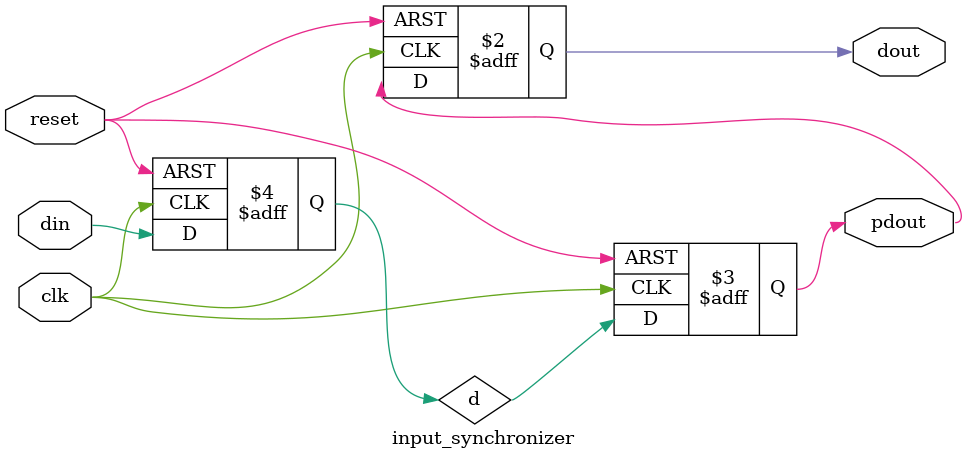
<source format=v>

`include "timescale.v"
// synopsys translate_on
`include "config.v"

module input_synchronizer (
    input clk,
    input reset,
    input din,
    output reg dout,
    output reg pdout
);

    reg d;

    always @(posedge clk, posedge reset) begin
        if (reset) begin
            d <= 1'b0;
            dout <= 1'b0;
            pdout <= 1'b0;
        end else begin
            d <= din;
            pdout <= d;
            dout <= pdout;
        end
    end
endmodule

</source>
